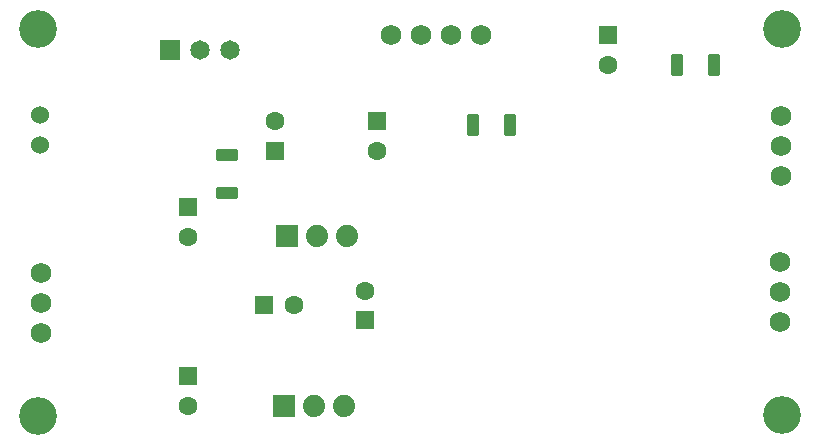
<source format=gbr>
%TF.GenerationSoftware,KiCad,Pcbnew,(6.0.9)*%
%TF.CreationDate,2022-11-12T23:53:35-05:00*%
%TF.ProjectId,CurrentSense_PS,43757272-656e-4745-9365-6e73655f5053,rev?*%
%TF.SameCoordinates,Original*%
%TF.FileFunction,Soldermask,Bot*%
%TF.FilePolarity,Negative*%
%FSLAX46Y46*%
G04 Gerber Fmt 4.6, Leading zero omitted, Abs format (unit mm)*
G04 Created by KiCad (PCBNEW (6.0.9)) date 2022-11-12 23:53:35*
%MOMM*%
%LPD*%
G01*
G04 APERTURE LIST*
G04 Aperture macros list*
%AMRoundRect*
0 Rectangle with rounded corners*
0 $1 Rounding radius*
0 $2 $3 $4 $5 $6 $7 $8 $9 X,Y pos of 4 corners*
0 Add a 4 corners polygon primitive as box body*
4,1,4,$2,$3,$4,$5,$6,$7,$8,$9,$2,$3,0*
0 Add four circle primitives for the rounded corners*
1,1,$1+$1,$2,$3*
1,1,$1+$1,$4,$5*
1,1,$1+$1,$6,$7*
1,1,$1+$1,$8,$9*
0 Add four rect primitives between the rounded corners*
20,1,$1+$1,$2,$3,$4,$5,0*
20,1,$1+$1,$4,$5,$6,$7,0*
20,1,$1+$1,$6,$7,$8,$9,0*
20,1,$1+$1,$8,$9,$2,$3,0*%
G04 Aperture macros list end*
%ADD10C,3.200000*%
%ADD11R,1.600000X1.600000*%
%ADD12C,1.600000*%
%ADD13R,1.651000X1.651000*%
%ADD14C,1.651000*%
%ADD15C,1.524000*%
%ADD16C,1.727200*%
%ADD17R,1.879600X1.879600*%
%ADD18C,1.879600*%
%ADD19RoundRect,0.250000X-0.700000X0.275000X-0.700000X-0.275000X0.700000X-0.275000X0.700000X0.275000X0*%
%ADD20RoundRect,0.250000X-0.275000X-0.700000X0.275000X-0.700000X0.275000X0.700000X-0.275000X0.700000X0*%
G04 APERTURE END LIST*
D10*
%TO.C,H1*%
X61722000Y-64516000D03*
%TD*%
D11*
%TO.C,C4*%
X74422000Y-93853000D03*
D12*
X74422000Y-96353000D03*
%TD*%
D13*
%TO.C,CR1*%
X72826600Y-66217800D03*
D14*
X75366600Y-66217800D03*
X77906600Y-66217800D03*
%TD*%
D15*
%TO.C,J1*%
X61823600Y-74295000D03*
X61823600Y-71755000D03*
%TD*%
D11*
%TO.C,C7*%
X80836888Y-87884000D03*
D12*
X83336888Y-87884000D03*
%TD*%
D16*
%TO.C,J3*%
X61925200Y-90220800D03*
X61925200Y-87680800D03*
X61925200Y-85140800D03*
%TD*%
%TO.C,J4*%
X124561600Y-71882000D03*
X124561600Y-74422000D03*
X124561600Y-76962000D03*
%TD*%
D10*
%TO.C,H4*%
X124714000Y-64516000D03*
%TD*%
D11*
%TO.C,C3*%
X109982000Y-65024000D03*
D12*
X109982000Y-67524000D03*
%TD*%
D11*
%TO.C,C5*%
X74422000Y-79566888D03*
D12*
X74422000Y-82066888D03*
%TD*%
D10*
%TO.C,H3*%
X124714000Y-97155000D03*
%TD*%
D11*
%TO.C,C2*%
X90424000Y-72303000D03*
D12*
X90424000Y-74803000D03*
%TD*%
D16*
%TO.C,J5*%
X124511000Y-84201000D03*
X124511000Y-86741000D03*
X124511000Y-89281000D03*
%TD*%
D17*
%TO.C,U3*%
X82732600Y-82042000D03*
D18*
X85272600Y-82042000D03*
X87812600Y-82042000D03*
%TD*%
D17*
%TO.C,U2*%
X82478600Y-96393000D03*
D18*
X85018600Y-96393000D03*
X87558600Y-96393000D03*
%TD*%
D10*
%TO.C,H2*%
X61722000Y-97282000D03*
%TD*%
D11*
%TO.C,C6*%
X89408000Y-89154000D03*
D12*
X89408000Y-86654000D03*
%TD*%
D11*
%TO.C,C1*%
X81788000Y-74778112D03*
D12*
X81788000Y-72278112D03*
%TD*%
D16*
%TO.C,J2*%
X91567000Y-65024000D03*
X94107000Y-65024000D03*
X96647000Y-65024000D03*
X99187000Y-65024000D03*
%TD*%
D19*
%TO.C,L6*%
X77724000Y-75184000D03*
X77724000Y-78334000D03*
%TD*%
D20*
%TO.C,L5*%
X115773000Y-67564000D03*
X118923000Y-67564000D03*
%TD*%
%TO.C,L4*%
X98501000Y-72644000D03*
X101651000Y-72644000D03*
%TD*%
M02*

</source>
